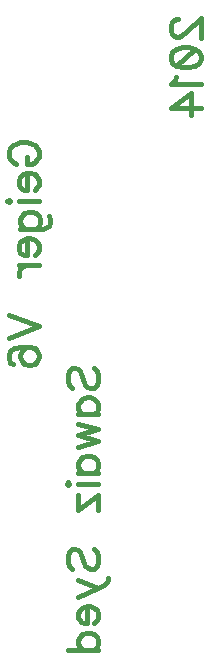
<source format=gbr>
G04 DipTrace 2.4.0.1*
%INBottomSilk.gbr*%
%MOIN*%
%ADD20C,0.0154*%
%FSLAX44Y44*%
G04*
G70*
G90*
G75*
G01*
%LNBotSilk*%
%LPD*%
X7094Y15018D2*
D20*
X6997Y15113D1*
X6950Y15257D1*
Y15448D1*
X6997Y15592D1*
X7094Y15688D1*
X7189D1*
X7285Y15639D1*
X7332Y15592D1*
X7380Y15497D1*
X7476Y15209D1*
X7524Y15113D1*
X7572Y15066D1*
X7667Y15018D1*
X7811D1*
X7906Y15113D1*
X7955Y15257D1*
Y15448D1*
X7906Y15592D1*
X7811Y15688D1*
X7285Y14136D2*
X7955D1*
X7429D2*
X7332Y14231D1*
X7285Y14327D1*
Y14469D1*
X7332Y14566D1*
X7429Y14661D1*
X7572Y14709D1*
X7667D1*
X7811Y14661D1*
X7906Y14566D1*
X7955Y14469D1*
Y14327D1*
X7906Y14231D1*
X7811Y14136D1*
X7285Y13827D2*
X7955Y13636D1*
X7285Y13444D1*
X7955Y13253D1*
X7285Y13062D1*
Y12179D2*
X7955D1*
X7429D2*
X7332Y12274D1*
X7285Y12371D1*
Y12513D1*
X7332Y12609D1*
X7429Y12704D1*
X7572Y12753D1*
X7667D1*
X7811Y12704D1*
X7906Y12609D1*
X7955Y12513D1*
Y12371D1*
X7906Y12274D1*
X7811Y12179D1*
X6950Y11871D2*
X6997Y11823D1*
X6950Y11774D1*
X6901Y11823D1*
X6950Y11871D1*
X7285Y11823D2*
X7955D1*
X7285Y11466D2*
Y10940D1*
X7955Y11466D1*
Y10940D1*
X7094Y8989D2*
X6997Y9084D1*
X6950Y9228D1*
Y9419D1*
X6997Y9563D1*
X7094Y9659D1*
X7189D1*
X7285Y9610D1*
X7332Y9563D1*
X7380Y9467D1*
X7476Y9180D1*
X7524Y9084D1*
X7572Y9036D1*
X7667Y8989D1*
X7811D1*
X7906Y9084D1*
X7955Y9228D1*
Y9419D1*
X7906Y9563D1*
X7811Y9659D1*
X7285Y8631D2*
X7955Y8345D1*
X8146Y8440D1*
X8242Y8536D1*
X8290Y8631D1*
Y8680D1*
X7285Y8058D2*
X7955Y8345D1*
X7572Y7749D2*
Y7175D1*
X7476D1*
X7380Y7223D1*
X7332Y7270D1*
X7285Y7366D1*
Y7510D1*
X7332Y7605D1*
X7429Y7701D1*
X7572Y7749D1*
X7667D1*
X7811Y7701D1*
X7906Y7605D1*
X7955Y7510D1*
Y7366D1*
X7906Y7270D1*
X7811Y7175D1*
X6950Y6293D2*
X7955D1*
X7429D2*
X7332Y6388D1*
X7285Y6484D1*
Y6628D1*
X7332Y6723D1*
X7429Y6819D1*
X7572Y6866D1*
X7667D1*
X7811Y6819D1*
X7906Y6723D1*
X7955Y6628D1*
Y6484D1*
X7906Y6388D1*
X7811Y6293D1*
X10604Y27303D2*
X10556D1*
X10460Y27256D1*
X10413Y27208D1*
X10365Y27112D1*
Y26921D1*
X10413Y26826D1*
X10460Y26778D1*
X10556Y26730D1*
X10651D1*
X10748Y26778D1*
X10890Y26873D1*
X11369Y27352D1*
Y26682D1*
X10365Y26086D2*
X10413Y26230D1*
X10556Y26326D1*
X10795Y26373D1*
X10939D1*
X11178Y26326D1*
X11321Y26230D1*
X11369Y26086D1*
Y25991D1*
X11321Y25847D1*
X11178Y25752D1*
X10939Y25704D1*
X10795D1*
X10556Y25752D1*
X10413Y25847D1*
X10365Y25991D1*
Y26086D1*
X10556Y25752D2*
X11178Y26326D1*
X10556Y25395D2*
X10508Y25299D1*
X10365Y25155D1*
X11369D1*
Y24367D2*
X10365D1*
X11034Y24846D1*
Y24129D1*
X5210Y22492D2*
X5115Y22539D1*
X5019Y22636D1*
X4971Y22731D1*
Y22922D1*
X5019Y23018D1*
X5115Y23113D1*
X5210Y23162D1*
X5354Y23209D1*
X5594D1*
X5736Y23162D1*
X5832Y23113D1*
X5927Y23018D1*
X5976Y22922D1*
Y22731D1*
X5927Y22636D1*
X5832Y22539D1*
X5736Y22492D1*
X5594D1*
Y22731D1*
Y22183D2*
Y21609D1*
X5497D1*
X5401Y21657D1*
X5354Y21705D1*
X5306Y21801D1*
Y21944D1*
X5354Y22039D1*
X5450Y22136D1*
X5594Y22183D1*
X5689D1*
X5832Y22136D1*
X5927Y22039D1*
X5976Y21944D1*
Y21801D1*
X5927Y21705D1*
X5832Y21609D1*
X4971Y21301D2*
X5019Y21253D1*
X4971Y21204D1*
X4923Y21253D1*
X4971Y21301D1*
X5306Y21253D2*
X5976D1*
X5354Y20322D2*
X6120D1*
X6262Y20370D1*
X6311Y20417D1*
X6359Y20513D1*
Y20657D1*
X6311Y20752D1*
X5497Y20322D2*
X5402Y20417D1*
X5354Y20513D1*
Y20657D1*
X5402Y20752D1*
X5497Y20848D1*
X5641Y20896D1*
X5737D1*
X5880Y20848D1*
X5976Y20752D1*
X6024Y20657D1*
Y20513D1*
X5976Y20417D1*
X5880Y20322D1*
X5594Y20013D2*
Y19440D1*
X5497D1*
X5401Y19487D1*
X5354Y19535D1*
X5306Y19631D1*
Y19774D1*
X5354Y19870D1*
X5450Y19966D1*
X5594Y20013D1*
X5689D1*
X5832Y19966D1*
X5927Y19870D1*
X5976Y19774D1*
Y19631D1*
X5927Y19535D1*
X5832Y19440D1*
X5306Y19131D2*
X5976D1*
X5594D2*
X5450Y19082D1*
X5354Y18987D1*
X5306Y18891D1*
Y18747D1*
X4971Y17466D2*
X5976Y17084D1*
X4971Y16701D1*
X5115Y15819D2*
X5020Y15866D1*
X4972Y16010D1*
Y16105D1*
X5020Y16249D1*
X5164Y16345D1*
X5402Y16393D1*
X5641D1*
X5832Y16345D1*
X5929Y16249D1*
X5976Y16105D1*
Y16058D1*
X5929Y15915D1*
X5832Y15819D1*
X5689Y15771D1*
X5641D1*
X5497Y15819D1*
X5402Y15915D1*
X5355Y16058D1*
Y16105D1*
X5402Y16249D1*
X5497Y16345D1*
X5641Y16393D1*
M02*

</source>
